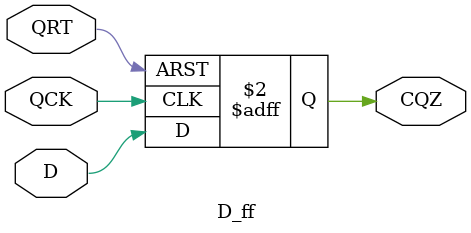
<source format=v>

module ff_1000(qck, qrt,c, d_out);
   // Port Declaration
   input   qck;
   input [0:999]c;
   input  qrt;
   output  [0:999]d_out;

genvar i;
generate for (i = 0; i < 1000; i = i + 1) begin
   D_ff dut1(.D(c[i]),.QCK(qck),.QRT(qrt),.CQZ(d_out[i]));
  
end endgenerate
endmodule


module D_ff(input QCK,QRT,D, output reg CQZ);

always @ (posedge QCK or posedge QRT)

begin
if(QRT)
	CQZ <= 1'b1;
else
CQZ <= D;
end
endmodule

</source>
